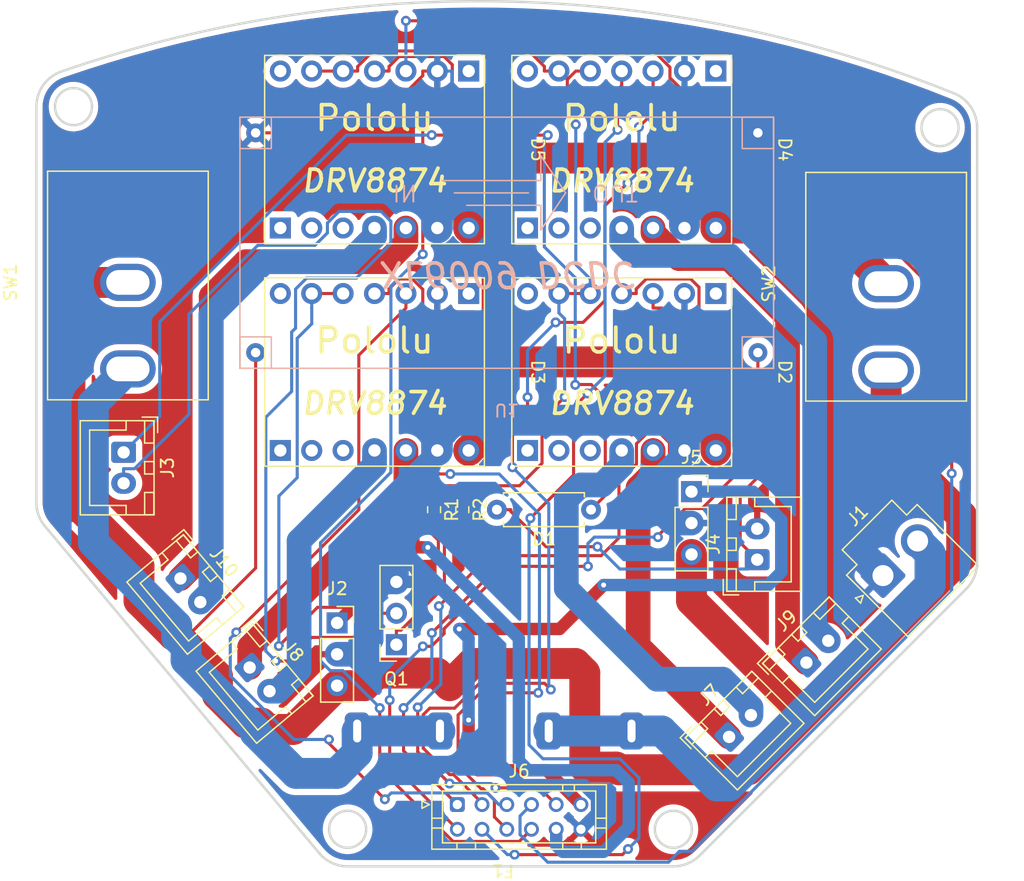
<source format=kicad_pcb>
(kicad_pcb (version 20211014) (generator pcbnew)
  (layers (0 "F.Cu" signal) (31 "B.Cu" signal) (34 "B.Paste" user) (35 "F.Paste" user) (36 "B.SilkS" user "B.Silkscreen") (37 "F.SilkS" user "F.Silkscreen") (38 "B.Mask" user) (39 "F.Mask" user) (44 "Edge.Cuts" user))
  (net 0 "")
  (net 1 "Net-(D1-Pad1)")
  (net 2 "GND")
  (net 3 "Kick")
  (net 4 "Net-(Q1-Pad1)")
  (net 5 "9.9V")
  (net 6 "Net-(F1-Pad2)")
  (net 7 "VIN")
  (net 9 "Sig1")
  (net 10 "Sig2")
  (net 11 "+5V")
  (net 16 "Net-(D2-Pad11)")
  (net 17 "Net-(D2-Pad12)")
  (net 19 "Sig5")
  (net 20 "Sig6")
  (net 25 "Net-(D3-Pad11)")
  (net 26 "Net-(D3-Pad12)")
  (net 28 "Sig3")
  (net 29 "Sig4")
  (net 34 "Net-(D4-Pad11)")
  (net 35 "Net-(D4-Pad12)")
  (net 37 "Sig7")
  (net 38 "Sig8")
  (net 43 "Net-(D5-Pad11)")
  (net 44 "Net-(D5-Pad12)")
  (net 45 "Net-(F1-Pad1)")
  (net 46 "+3.3V")
  (net 47 "Net-(J3-Pad2)")
  (net 48 "Net-(D1-Pad2)")
  (footprint "MY-KICAD-LIB:FUSE" (layer "F.Cu") (at 141.974 132.847 180)
    (fp_text reference "F1")
    (fp_text value "Fuse")
  )
  (footprint "MY-KICAD-LIB:Pololu-DRV8874" (layer "F.Cu") (at 164.2782 75 -90)
    (fp_text reference "D4")
    (fp_text value "DRV8874")
  )
  (footprint "MY-KICAD-LIB:Rocker Switch" (layer "F.Cu") (at 163.974 85.852 90)
    (fp_text reference "SW2")
    (fp_text value "Motor SW")
  )
  (footprint "Resistor_SMD:R_0603_1608Metric" (layer "F.Cu") (at 136.398 104.14 -90)
    (fp_text reference "R1")
    (fp_text value "330")
  )
  (footprint "Connector_JST:JST_XH_B2B-XH-A_1x02_P2.50mm_Vertical" (layer "F.Cu") (at 121.4756 116.91 -50)
    (fp_text reference "J8")
    (fp_text value "M1 OUT")
  )
  (footprint "Resistor_THT:R_Axial_DIN0207_L6.3mm_D2.5mm_P7.62mm_Horizontal" (layer "F.Cu") (at 149.098 104.14 180)
    (fp_text reference "D1")
    (fp_text value "1000V2A")
  )
  (footprint "Connector_JST:JST_XH_B2B-XH-A_1x02_P2.50mm_Vertical" (layer "F.Cu") (at 160.268 122.5253 45)
    (fp_text reference "J7")
    (fp_text value "M1 OUT")
  )
  (footprint "Connector_JST:JST_VH_B2P-VH-B_1x02_P3.96mm_Vertical" (layer "F.Cu") (at 172.72 109.474 45)
    (fp_text reference "J1")
    (fp_text value "Power IN")
  )
  (footprint "Connector_JST:JST_XH_B2B-XH-A_1x02_P2.50mm_Vertical" (layer "F.Cu") (at 166.5231 116.5127 45)
    (fp_text reference "J9")
    (fp_text value "M1 OUT")
  )
  (footprint "Connector_JST:JST_XH_B2B-XH-A_1x02_P2.50mm_Vertical" (layer "F.Cu") (at 162.543 108.184 90)
    (fp_text reference "J4")
    (fp_text value "50V4700uF")
  )
  (footprint "MY-KICAD-LIB:Rocker Switch" (layer "F.Cu") (at 102.6232 85.75 90)
    (fp_text reference "SW1")
    (fp_text value "Power SW")
  )
  (footprint "Connector_PinSocket_2.54mm:PinSocket_1x03_P2.54mm_Vertical" (layer "F.Cu") (at 157.226 102.681)
    (fp_text reference "J5")
    (fp_text value "LXDC 3.3V")
  )
  (footprint "MY-KICAD-LIB:Pololu-DRV8874" (layer "F.Cu") (at 164.2782 93 -90)
    (fp_text reference "D2")
    (fp_text value "DRV8874")
  )
  (footprint "Resistor_SMD:R_0603_1608Metric" (layer "F.Cu") (at 138.684 104.14 -90)
    (fp_text reference "R2")
    (fp_text value "10k")
  )
  (footprint "Connector_JST:JST_XH_B2B-XH-A_1x02_P2.50mm_Vertical" (layer "F.Cu") (at 115.8769 109.705 -50)
    (fp_text reference "J10")
    (fp_text value "M1 OUT")
  )
  (footprint "Connector_PinSocket_2.54mm:PinSocket_1x03_P2.54mm_Vertical" (layer "F.Cu") (at 133.35 115.062 180)
    (fp_text reference "Q1")
    (fp_text value "Q_NJFET_GDS")
  )
  (footprint "MY-KICAD-LIB:Pololu-DRV8874" (layer "F.Cu") (at 144.2782 93 -90)
    (fp_text reference "D3")
    (fp_text value "DRV8874")
  )
  (footprint "Connector_JST:JST_PHD_B12B-PHDSS_2x06_P2.00mm_Vertical" (layer "F.Cu") (at 138.2782 128)
    (fp_text reference "J6")
    (fp_text value "Conn_02x06_Top_Bottom")
  )
  (footprint "MY-KICAD-LIB:Pololu-DRV8874" (layer "F.Cu") (at 144.2782 75 -90)
    (fp_text reference "D5")
    (fp_text value "DRV8874")
  )
  (footprint "Connector_PinSocket_2.54mm:PinSocket_1x03_P2.54mm_Vertical" (layer "F.Cu") (at 128.549 113.299)
    (fp_text reference "J2")
    (fp_text value "LXDC 5V")
  )
  (footprint "Connector_JST:JST_XH_B2B-XH-A_1x02_P2.50mm_Vertical" (layer "F.Cu") (at 111.2782 99.5 -90)
    (fp_text reference "J3")
    (fp_text value "Kicker")
  )
  (footprint "MY-KICAD-LIB:XL6009" (layer "B.Cu") (at 142.2782 85.08)
    (fp_text reference "U1")
    (fp_text value "XL6009")
  )
  (gr_arc (start 157.881211 132.12132) (mid 156.907941 132.77164) (end 155.75989 133) (layer "Edge.Cuts") (width 0.2))
  (gr_arc (start 106.235895 68.692167) (mid 142.505451 63.030415) (end 178.45709 70.447675) (layer "Edge.Cuts") (width 0.2))
  (gr_arc (start 180.337055 108.422836) (mid 180.108683 109.57088) (end 179.458375 110.544156) (layer "Edge.Cuts") (width 0.2))
  (gr_circle (center 177.337055 73.230752) (end 177.337055 71.730752) (layer "Edge.Cuts") (width 0.2) (fill none))
  (gr_line (start 104.219389 71.526376) (end 104.219389 103.564445) (layer "Edge.Cuts") (width 0.2))
  (gr_line (start 104.921256 105.492808) (end 127.103321 131.928363) (layer "Edge.Cuts") (width 0.2))
  (gr_line (start 129.401454 133) (end 155.75989 133) (layer "Edge.Cuts") (width 0.2))
  (gr_circle (center 155.75989 130) (end 155.75989 128.5) (layer "Edge.Cuts") (width 0.2) (fill none))
  (gr_circle (center 107.219389 71.526376) (end 107.219389 70.026376) (layer "Edge.Cuts") (width 0.2) (fill none))
  (gr_line (start 157.881211 132.12132) (end 179.458375 110.544156) (layer "Edge.Cuts") (width 0.2))
  (gr_arc (start 104.921256 105.492808) (mid 104.400305 104.590506) (end 104.219389 103.564445) (layer "Edge.Cuts") (width 0.2))
  (gr_arc (start 129.401454 133) (mid 128.133593 132.718931) (end 127.103321 131.928363) (layer "Edge.Cuts") (width 0.2))
  (gr_line (start 180.337055 108.422836) (end 180.337055 73.230752) (layer "Edge.Cuts") (width 0.2))
  (gr_arc (start 104.219389 71.526376) (mid 104.774964 69.787195) (end 106.235895 68.692167) (layer "Edge.Cuts") (width 0.2))
  (gr_circle (center 129.401454 130) (end 129.401454 128.5) (layer "Edge.Cuts") (width 0.2) (fill none))
  (gr_arc (start 178.45709 70.447675) (mid 179.823034 71.551483) (end 180.337055 73.230752) (layer "Edge.Cuts") (width 0.2))
  (segment (start 149.1154 94.0117) (end 147.8492 94.0117) (width 0.25) (layer "F.Cu") (net 1))
  (segment (start 147.8492 94.0117) (end 147.821 94.0399) (width 0.25) (layer "F.Cu") (net 1))
  (segment (start 150.2526 102.9854) (end 150.2526 95.1489) (width 0.25) (layer "F.Cu") (net 1))
  (segment (start 150.2526 95.1489) (end 149.1154 94.0117) (width 0.25) (layer "F.Cu") (net 1))
  (segment (start 145.5972 73.8334) (end 136.2081 73.8334) (width 0.25) (layer "F.Cu") (net 1))
  (segment (start 149.098 104.14) (end 150.2526 102.9854) (width 0.25) (layer "F.Cu") (net 1))
  (via (at 147.821 94.0399) (size 0.8) (drill 0.4) (layers "F.Cu" "B.Cu") (net 1))
  (via (at 136.2081 73.8334) (size 0.8) (drill 0.4) (layers "F.Cu" "B.Cu") (net 1))
  (via (at 145.5972 73.8334) (size 0.8) (drill 0.4) (layers "F.Cu" "B.Cu") (net 1))
  (segment (start 111.2782 99.5) (end 114.1986 96.5796) (width 0.25) (layer "B.Cu") (net 1))
  (segment (start 145.5972 73.8334) (end 145.3188 74.1118) (width 0.25) (layer "B.Cu") (net 1))
  (segment (start 145.3188 74.1118) (end 145.3188 82.8749) (width 0.25) (layer "B.Cu") (net 1))
  (segment (start 129.3075 73.8334) (end 136.2081 73.8334) (width 0.25) (layer "B.Cu") (net 1))
  (segment (start 114.1986 88.9423) (end 129.3075 73.8334) (width 0.25) (layer "B.Cu") (net 1))
  (segment (start 114.1986 96.5796) (end 114.1986 88.9423) (width 0.25) (layer "B.Cu") (net 1))
  (segment (start 147.821 85.3771) (end 147.821 94.0399) (width 0.25) (layer "B.Cu") (net 1))
  (segment (start 145.3188 82.8749) (end 147.821 85.3771) (width 0.25) (layer "B.Cu") (net 1))
  (segment (start 135.4829 69.0173) (end 130.8502 73.65) (width 0.25) (layer "F.Cu") (net 2))
  (segment (start 135.551 104.5804) (end 135.9364 104.195) (width 0.25) (layer "F.Cu") (net 2))
  (segment (start 136.745 107.7623) (end 136.745 106.6141) (width 0.25) (layer "F.Cu") (net 2))
  (segment (start 133.35 109.982) (end 134.5253 109.982) (width 0.25) (layer "F.Cu") (net 2))
  (segment (start 134.5253 109.982) (end 136.745 107.7623) (width 0.25) (layer "F.Cu") (net 2))
  (segment (start 136.745 106.6141) (end 135.551 105.4201) (width 0.25) (layer "F.Cu") (net 2))
  (segment (start 137.914 104.195) (end 138.684 104.965) (width 0.25) (layer "F.Cu") (net 2))
  (segment (start 135.4829 68.65) (end 135.4829 69.0173) (width 0.25) (layer "F.Cu") (net 2))
  (segment (start 130.8502 73.65) (end 121.9582 73.65) (width 0.25) (layer "F.Cu") (net 2))
  (segment (start 135.551 105.4201) (end 135.551 104.5804) (width 0.25) (layer "F.Cu") (net 2))
  (segment (start 135.9364 104.195) (end 137.914 104.195) (width 0.25) (layer "F.Cu") (net 2))
  (segment (start 136.6582 68.65) (end 135.4829 68.65) (width 0.25) (layer "F.Cu") (net 2))
  (segment (start 145.686 71.12) (end 156.6582 71.12) (width 2.5) (layer "B.Cu") (net 2))
  (segment (start 136.658 80.7489) (end 136.658 80.1479) (width 2.5) (layer "B.Cu") (net 2))
  (segment (start 155.176 104.731) (end 155.176 101.191) (width 2) (layer "B.Cu") (net 2))
  (segment (start 155.574 96.9) (end 156.658 97.9842) (width 2.5) (layer "B.Cu") (net 2))
  (segment (start 136.6582 98.7521) (end 136.6582 99.35) (width 0.25) (layer "B.Cu") (net 2))
  (segment (start 141.098 96.9) (end 155.574 96.9) (width 2.5) (layer "B.Cu") (net 2))
  (segment (start 136.6582 80.7491) (end 136.6582 81.35) (width 0.25) (layer "B.Cu") (net 2))
  (segment (start 161.798 71.12) (end 162.598 71.9202) (width 2.5) (layer "B.Cu") (net 2))
  (segment (start 136.658 81.35) (end 136.658 80.7489) (width 2.5) (layer "B.Cu") (net 2))
  (segment (start 170.424 73.65) (end 162.5982 73.65) (width 2.5) (layer "B.Cu") (net 2))
  (segment (start 155.574 88.9095) (end 155.574 96.9) (width 0.25) (layer "B.Cu") (net 2))
  (segment (start 136.658 80.1479) (end 139.518 77.2881) (width 2.5) (layer "B.Cu") (net 2))
  (segment (start 133.35 103.017) (end 135.8427 100.5253) (width 2) (layer "B.Cu") (net 2))
  (segment (start 157.226 105.221) (end 158.4013 105.221) (width 0.25) (layer "B.Cu") (net 2))
  (segment (start 136.658 98.7519) (end 136.658 98.1479) (width 2.5) (layer "B.Cu") (net 2))
  (segment (start 142.5189 74.2872) (end 145.686 71.12) (width 2.5) (layer "B.Cu") (net 2))
  (segment (start 148.539 126.422) (end 143.44 126.422) (width 1) (layer "B.Cu") (net 2))
  (segment (start 136.6582 99.35) (end 136.6582 100.5253) (width 0.25) (layer "B.Cu") (net 2))
  (segment (start 133.35 109.982) (end 133.35 103.017) (width 2) (layer "B.Cu") (net 2))
  (segment (start 162.5982 73.65) (end 162.598 73.65) (width 2.5) (layer "B.Cu") (net 2))
  (segment (start 136.6582 68.65) (end 137.8335 68.65) (width 0.25) (layer "B.Cu") (net 2))
  (segment (start 149.578 127.462) (end 148.539 126.422) (width 1) (layer "B.Cu") (net 2))
  (segment (start 156.658 79.59) (end 156.658 80.353) (width 2.5) (layer "B.Cu") (net 2))
  (segment (start 130.109 115.839) (end 131.3 114.648) (width 2) (layer "B.Cu") (net 2))
  (segment (start 140.462 123.444) (end 140.462 114.046) (width 1) (layer "B.Cu") (net 2))
  (segment (start 178.562 81.788) (end 170.424 73.65) (width 2.5) (layer "B.Cu") (net 2))
  (segment (start 148.278 130) (end 148.2782 129.9998) (width 1) (layer "B.Cu") (net 2))
  (segment (start 156.658 99.7091) (end 156.658 99.5295) (width 2) (layer "B.Cu") (net 2))
  (segment (start 170.942 107.696) (end 170.942 105.918) (width 2.5) (layer "B.Cu") (net 2))
  (segment (start 156.6582 71.12) (end 156.6582 68.65) (width 0.25) (layer "B.Cu") (net 2))
  (segment (start 139.518 77.2881) (end 141.658 79.4282) (width 2.5) (layer "B.Cu") (net 2))
  (segment (start 136.6582 81.35) (end 136.6582 86.65) (width 0.25) (layer "B.Cu") (net 2))
  (segment (start 131.3 111.016) (end 132.334 109.982) (width 2) (layer "B.Cu") (net 2))
  (segment (start 135.8427 100.5253) (end 135.964 100.404) (width 2) (layer "B.Cu") (net 2))
  (segment (start 160.7547 105.221) (end 158.4013 105.221) (width 0.25) (layer "B.Cu") (net 2))
  (segment (start 156.658 99.5295) (end 156.6582 99.5293) (width 0.25) (layer "B.Cu") (net 2))
  (segment (start 128.549 115.839) (end 130.109 115.839) (width 2) (layer "B.Cu") (net 2))
  (segment (start 156.6582 99.5293) (end 156.6582 99.35) (width 0.25) (layer "B.Cu") (net 2))
  (segment (start 156.658 99.5295) (end 156.658 99.35) (width 2) (layer "B.Cu") (net 2))
  (segment (start 136.658 98.7519) (end 136.6582 98.7521) (width 0.25) (layer "B.Cu") (net 2))
  (segment (start 135.8427 100.5253) (end 136.6582 100.5253) (width 0.25) (layer "B.Cu") (net 2))
  (segment (start 137.8335 69.6018) (end 137.8335 68.65) (width 0.25) (layer "B.Cu") (net 2))
  (segment (start 132.334 109.982) (end 133.35 109.982) (width 2) (layer "B.Cu") (net 2))
  (segment (start 136.658 98.1479) (end 137.906 96.9) (width 2.5) (layer "B.Cu") (net 2))
  (segment (start 141.658 96.3398) (end 141.098 96.9) (width 2.5) (layer "B.Cu") (net 2))
  (segment (start 148.2782 129.9998) (end 148.2782 130) (width 0.25) (layer "B.Cu") (net 2))
  (segment (start 136.658 80.7489) (end 136.6582 80.7491) (width 0.25) (layer "B.Cu") (net 2))
  (segment (start 141.658 79.4282) (end 141.658 96.3398) (width 2.5) (layer "B.Cu") (net 2))
  (segment (start 137.906 96.9) (end 141.098 96.9) (width 2.5) (layer "B.Cu") (net 2))
  (segment (start 139.518 77.2881) (end 142.5189 74.2872) (width 2.5) (layer "B.Cu") (net 2))
  (segment (start 136.658 99.35) (end 136.658 98.7519) (width 2.5) (layer "B.Cu") (net 2))
  (segment (start 156.6582 80.3532) (end 156.6582 81.35) (width 0.25) (layer "B.Cu") (net 2))
  (segment (start 148.2782 129.9998) (end 149.578 128.7) (width 1) (layer "B.Cu") (net 2))
  (segment (start 162.543 105.684) (end 161.2177 105.684) (width 0.25) (layer "B.Cu") (net 2))
  (segment (start 178.562 98.298) (end 178.562 81.788) (width 2.5) (layer "B.Cu") (net 2))
  (segment (start 161.2177 105.684) (end 160.7547 105.221) (width 0.25) (layer "B.Cu") (net 2))
  (segment (start 156.658 80.353) (end 156.658 81.116) (width 2.5) (layer "B.Cu") (net 2))
  (segment (start 156.6582 86.65) (end 156.6582 87.8253) (width 0.25) (layer "B.Cu") (net 2))
  (segment (start 156.658 80.353) (end 156.6582 80.3532) (width 0.25) (layer "B.Cu") (net 2))
  (segment (start 157.226 105.221) (end 155.666 105.221) (width 2) (layer "B.Cu") (net 2))
  (segment (start 170.942 105.918) (end 178.562 98.298) (width 2.5) (layer "B.Cu") (net 2))
  (segment (start 136.398 109.982) (end 133.35 109.982) (width 1) (layer "B.Cu") (net 2))
  (segment (start 162.598 73.65) (end 156.658 79.59) (width 2.5) (layer "B.Cu") (net 2))
  (segment (start 155.176 101.191) (end 156.658 99.7091) (width 2) (layer "B.Cu") (net 2))
  (segment (start 149.578 128.7) (end 149.578 127.462) (width 1) (layer "B.Cu") (net 2))
  (segment (start 172.72 109.474) (end 170.942 107.696) (width 2.5) (layer "B.Cu") (net 2))
  (segment (start 156.658 97.9842) (end 156.658 99.35) (width 2.5) (layer "B.Cu") (net 2))
  (segment (start 155.666 105.221) (end 155.176 104.731) (width 2) (layer "B.Cu") (net 2))
  (segment (start 156.6582 71.12) (end 161.798 71.12) (width 2.5) (layer "B.Cu") (net 2))
  (segment (start 140.462 114.046) (end 136.398 109.982) (width 1) (layer "B.Cu") (net 2))
  (segment (start 162.598 71.9202) (end 162.598 73.65) (width 2.5) (layer "B.Cu") (net 2))
  (segment (start 131.3 114.648) (end 131.3 111.016) (width 2) (layer "B.Cu") (net 2))
  (segment (start 156.6582 87.8253) (end 155.574 88.9095) (width 0.25) (layer "B.Cu") (net 2))
  (segment (start 143.44 126.422) (end 140.462 123.444) (width 1) (layer "B.Cu") (net 2))
  (segment (start 142.5189 74.2872) (end 137.8335 69.6018) (width 0.25) (layer "B.Cu") (net 2))
  (segment (start 139.5009 109.228) (end 139.5009 104.1319) (width 0.25) (layer "F.Cu") (net 3))
  (segment (start 135.0727 120.1358) (end 135.0727 123.7223) (width 0.25) (layer "F.Cu") (net 3))
  (segment (start 144.9263 126.6481) (end 141.366 126.6481) (width 0.25) (layer "F.Cu") (net 3))
  (segment (start 146.2782 128) (end 144.9263 126.6481) (width 0.25) (layer "F.Cu") (net 3))
  (segment (start 139.5009 104.1319) (end 138.684 103.315) (width 0.25) (layer "F.Cu") (net 3))
  (segment (start 135.0727 123.7223) (end 137.6489 126.2985) (width 0.25) (layer "F.Cu") (net 3))
  (segment (start 136.7847 111.9442) (end 139.5009 109.228) (width 0.25) (layer "F.Cu") (net 3))
  (segment (start 136.398 103.315) (end 138.684 103.315) (width 0.25) (layer "F.Cu") (net 3))
  (via (at 141.366 126.6481) (size 0.8) (drill 0.4) (layers "F.Cu" "B.Cu") (net 3))
  (via (at 136.7847 111.9442) (size 0.8) (drill 0.4) (layers "F.Cu" "B.Cu") (net 3))
  (via (at 137.6489 126.2985) (size 0.8) (drill 0.4) (layers "F.Cu" "B.Cu") (net 3))
  (via (at 135.0727 120.1358) (size 0.8) (drill 0.4) (layers "F.Cu" "B.Cu") (net 3))
  (segment (start 141.0164 126.2985) (end 141.366 126.6481) (width 0.25) (layer "B.Cu") (net 3))
  (segment (start 136.943 118.2655) (end 135.0727 120.1358) (width 0.25) (layer "B.Cu") (net 3))
  (segment (start 136.943 112.1025) (end 136.943 118.2655) (width 0.25) (layer "B.Cu") (net 3))
  (segment (start 137.6489 126.2985) (end 141.0164 126.2985) (width 0.25) (layer "B.Cu") (net 3))
  (segment (start 136.7847 111.9442) (end 136.943 112.1025) (width 0.25) (layer "B.Cu") (net 3))
  (segment (start 137.2332 105.8002) (end 136.398 104.965) (width 0.25) (layer "F.Cu") (net 4))
  (segment (start 133.7174 113.8867) (end 137.2332 110.3709) (width 0.25) (layer "F.Cu") (net 4))
  (segment (start 133.35 115.062) (end 133.35 113.8867) (width 0.25) (layer "F.Cu") (net 4))
  (segment (start 133.35 113.8867) (end 133.7174 113.8867) (width 0.25) (layer "F.Cu") (net 4))
  (segment (start 137.2332 110.3709) (end 137.2332 105.8002) (width 0.25) (layer "F.Cu") (net 4))
  (segment (start 122.428 121.412) (end 121.158 121.412) (width 2.5) (layer "F.Cu") (net 5))
  (segment (start 131.781 117.362) (end 136.636 117.362) (width 2.5) (layer "F.Cu") (net 5))
  (segment (start 128.549 118.379) (end 125.008 121.92) (width 2.5) (layer "F.Cu") (net 5))
  (segment (start 121.9582 108.8654) (end 121.9582 91.43) (width 0.25) (layer "F.Cu") (net 5))
  (segment (start 130.764 118.379) (end 131.781 117.362) (width 2.5) (layer "F.Cu") (net 5))
  (segment (start 107.696 103.886) (end 106.934 103.886) (width 2.5) (layer "F.Cu") (net 5))
  (segment (start 122.936 121.92) (end 122.428 121.412) (width 2.5) (layer "F.Cu") (net 5))
  (segment (start 151.342 125.18) (end 161.84 125.18) (width 2.5) (layer "F.Cu") (net 5))
  (segment (start 111.623 85.75) (end 111.6232 85.75) (width 0.25) (layer "F.Cu") (net 5))
  (segment (start 151.13 124.968) (end 151.342 125.18) (width 2.5) (layer "F.Cu") (net 5))
  (segment (start 106.934 87.63) (end 108.814 85.75) (width 2.5) (layer "F.Cu") (net 5))
  (segment (start 106.934 103.886) (end 106.934 87.63) (width 2.5) (layer "F.Cu") (net 5))
  (segment (start 172.974 92.852) (end 172.974 98.5349) (width 2.5) (layer "F.Cu") (net 5))
  (segment (start 172.974 98.5349) (end 179.087 104.648) (width 2.5) (layer "F.Cu") (net 5))
  (segment (start 157.226 111.506) (end 157.226 107.761) (width 2.5) (layer "F.Cu") (net 5))
  (segment (start 115.316 114.3) (end 112.522 111.506) (width 2.5) (layer "F.Cu") (net 5))
  (segment (start 121.158 121.412) (end 118.872 119.126) (width 2.5) (layer "F.Cu") (net 5))
  (segment (start 112.522 108.712) (end 107.696 103.886) (width 2.5) (layer "F.Cu") (net 5))
  (segment (start 116.0383 114.7853) (end 121.9582 108.8654) (width 0.25) (layer "F.Cu") (net 5))
  (segment (start 148.59 117.348) (end 148.59 124.968) (width 2.5) (layer "F.Cu") (net 5))
  (segment (start 112.522 111.506) (end 112.522 108.712) (width 2.5) (layer "F.Cu") (net 5))
  (segment (start 137.653 118.379) (end 139.446 116.586) (width 2.5) (layer "F.Cu") (net 5))
  (segment (start 179.087 107.933) (end 167.109 119.911) (width 2.5) (layer "F.Cu") (net 5))
  (segment (start 128.549 118.379) (end 130.764 118.379) (width 2.5) (layer "F.Cu") (net 5))
  (segment (start 125.008 121.92) (end 122.936 121.92) (width 2.5) (layer "F.Cu") (net 5))
  (segment (start 179.087 104.648) (end 179.087 107.933) (width 2.5) (layer "F.Cu") (net 5))
  (segment (start 147.828 116.586) (end 148.59 117.348) (width 2.5) (layer "F.Cu") (net 5))
  (segment (start 165.631 119.911) (end 157.226 111.506) (width 2.5) (layer "F.Cu") (net 5))
  (segment (start 118.872 119.126) (end 118.872 117.619) (width 2.5) (layer "F.Cu") (net 5))
  (segment (start 116.0383 114.7853) (end 115.553 114.3) (width 2.5) (layer "F.Cu") (net 5))
  (segment (start 161.84 125.18) (end 167.109 119.911) (width 2.5) (layer "F.Cu") (net 5))
  (segment (start 139.446 116.586) (end 147.828 116.586) (width 2.5) (layer "F.Cu") (net 5))
  (segment (start 148.59 124.968) (end 151.13 124.968) (width 2.5) (layer "F.Cu") (net 5))
  (segment (start 136.636 117.362) (end 137.653 118.379) (width 2.5) (layer "F.Cu") (net 5))
  (segment (start 115.553 114.3) (end 115.316 114.3) (width 2.5) (layer "F.Cu") (net 5))
  (segment (start 167.109 119.911) (end 165.631 119.911) (width 2.5) (layer "F.Cu") (net 5))
  (segment (start 108.814 85.75) (end 111.623 85.75) (width 2.5) (layer "F.Cu") (net 5))
  (segment (start 118.872 117.619) (end 116.0383 114.7853) (width 2.5) (layer "F.Cu") (net 5))
  (segment (start 125.222 125.476) (end 128.524 125.476) (width 2.5) (layer "B.Cu") (net 6))
  (segment (start 108.828 95.545) (end 108.828 106.796) (width 2.5) (layer "B.Cu") (net 6))
  (segment (start 115.57 114.463) (end 116.332 115.225) (width 2.5) (layer "B.Cu") (net 6))
  (segment (start 116.332 115.225) (end 116.332 116.332) (width 2.5) (layer "B.Cu") (net 6))
  (segment (start 110.2255 94.1475) (end 108.828 95.545) (width 2.5) (layer "B.Cu") (net 6))
  (segment (start 111.623 92.75) (end 110.2255 94.1475) (width 2.5) (layer "B.Cu") (net 6))
  (segment (start 116.332 116.332) (end 121.92 121.92) (width 2.5) (layer "B.Cu") (net 6))
  (segment (start 130.174 122.047) (end 136.874 122.047) (width 2.5) (layer "B.Cu") (net 6))
  (segment (start 128.524 125.476) (end 130.174 123.826) (width 2.5) (layer "B.Cu") (net 6))
  (segment (start 121.92 121.92) (end 121.92 122.174) (width 2.5) (layer "B.Cu") (net 6))
  (segment (start 115.57 113.538) (end 115.57 114.463) (width 2.5) (layer "B.Cu") (net 6))
  (segment (start 108.828 106.796) (end 115.57 113.538) (width 2.5) (layer "B.Cu") (net 6))
  (segment (start 121.92 122.174) (end 125.222 125.476) (width 2.5) (layer "B.Cu") (net 6))
  (segment (start 130.174 123.826) (end 130.174 122.047) (width 2.5) (layer "B.Cu") (net 6))
  (segment (start 110.2255 94.1475) (end 110.2257 94.1475) (width 0.25) (layer "B.Cu") (net 6))
  (segment (start 110.2257 94.1475) (end 111.6232 92.75) (width 0.25) (layer "B.Cu") (net 6))
  (segment (start 141.498 92.1818) (end 141.498 97.05) (width 2.5) (layer "F.Cu") (net 7))
  (segment (start 156.952 92.1818) (end 159.198 94.4282) (width 2.5) (layer "F.Cu") (net 7))
  (segment (start 141.498 84.0942) (end 141.498 92.1818) (width 2.5) (layer "F.Cu") (net 7))
  (segment (start 159.1982 81.35) (end 159.198 81.35) (width 2.5) (layer "F.Cu") (net 7))
  (segment (start 139.1981 99.3499) (end 139.198 99.35) (width 2.5) (layer "F.Cu") (net 7))
  (segment (start 159.198 94.4282) (end 159.198 96.8891) (width 2.5) (layer "F.Cu") (net 7))
  (segment (start 139.198 80.4229) (end 139.198 81.35) (width 2.5) (layer "F.Cu") (net 7))
  (segment (start 159.198 96.8891) (end 159.1982 96.8893) (width 0.25) (layer "F.Cu") (net 7))
  (segment (start 141.224 83.3758) (end 141.224 83.82) (width 2.5) (layer "F.Cu") (net 7))
  (segment (start 159.1982 96.8893) (end 159.1982 99.35) (width 0.25) (layer "F.Cu") (net 7))
  (segment (start 139.198 79.4958) (end 139.198 80.4229) (width 2.5) (layer "F.Cu") (net 7))
  (segment (start 139.198 80.4229) (end 139.1982 80.4231) (width 0.25) (layer "F.Cu") (net 7))
  (segment (start 159.198 96.8891) (end 159.198 99.35) (width 2.5) (layer "F.Cu") (net 7))
  (segment (start 141.224 83.82) (end 141.498 84.0942) (width 2.5) (layer "F.Cu") (net 7))
  (segment (start 139.1982 80.4231) (end 139.1982 81.35) (width 0.25) (layer "F.Cu") (net 7))
  (segment (start 157.988 75.692) (end 143.002 75.692) (width 2.5) (layer "F.Cu") (net 7))
  (segment (start 159.198 81.35) (end 159.198 76.9022) (width 2.5) (layer "F.Cu") (net 7))
  (segment (start 168.472 81.35) (end 159.1982 81.35) (width 2.5) (layer "F.Cu") (net 7))
  (segment (start 172.974 85.852) (end 168.472 81.35) (width 2.5) (layer "F.Cu") (net 7))
  (segment (start 159.198 76.9022) (end 157.988 75.692) (width 2.5) (layer "F.Cu") (net 7))
  (segment (start 141.498 97.05) (end 139.1981 99.3499) (width 2.5) (layer "F.Cu") (net 7))
  (segment (start 143.002 75.692) (end 139.198 79.4958) (width 2.5) (layer "F.Cu") (net 7))
  (segment (start 139.198 81.35) (end 141.224 83.3758) (width 2.5) (layer "F.Cu") (net 7))
  (segment (start 141.498 92.1818) (end 156.952 92.1818) (width 2.5) (layer "F.Cu") (net 7))
  (segment (start 139.1982 99.35) (end 139.1981 99.3499) (width 0.25) (layer "F.Cu") (net 7))
  (segment (start 152.773 98.8014) (end 153.5829 97.9915) (width 0.25) (layer "F.Cu") (net 9))
  (segment (start 136.2176 114.1168) (end 142.4747 107.8597) (width 0.25) (layer "F.Cu") (net 9))
  (segment (start 153.5829 97.9915) (end 154.7096 97.9915) (width 0.25) (layer "F.Cu") (net 9))
  (segment (start 151.357 106.4206) (end 151.357 101.8613) (width 0.25) (layer "F.Cu") (net 9))
  (segment (start 133.9263 120.187) (end 133.9263 123.6481) (width 0.25) (layer "F.Cu") (net 9))
  (segment (start 154.7096 97.9915) (end 155.4434 98.7253) (width 0.25) (layer "F.Cu") (net 9))
  (segment (start 149.9179 107.8597) (end 151.357 106.4206) (width 0.25) (layer "F.Cu") (net 9))
  (segment (start 133.9263 123.6481) (end 138.2782 128) (width 0.25) (layer "F.Cu") (net 9))
  (segment (start 155.4434 99.8276) (end 156.5952 100.9794) (width 0.25) (layer "F.Cu") (net 9))
  (segment (start 160.792 93.7645) (end 154.8528 87.8253) (width 0.25) (layer "F.Cu") (net 9))
  (segment (start 155.4434 98.7253) (end 155.4434 99.8276) (width 0.25) (layer "F.Cu") (net 9))
  (segment (start 160.792 99.988) (end 160.792 93.7645) (width 0.25) (layer "F.Cu") (net 9))
  (segment (start 142.4747 107.8597) (end 149.9179 107.8597) (width 0.25) (layer "F.Cu") (net 9))
  (segment (start 159.8006 100.9794) (end 160.792 99.988) (width 0.25) (layer "F.Cu") (net 9))
  (segment (start 156.5952 100.9794) (end 159.8006 100.9794) (width 0.25) (layer "F.Cu") (net 9))
  (segment (start 154.8528 87.8253) (end 154.1182 87.8253) (width 0.25) (layer "F.Cu") (net 9))
  (segment (start 151.357 101.8613) (end 152.773 100.4453) (width 0.25) (layer "F.Cu") (net 9))
  (segment (start 152.773 100.4453) (end 152.773 98.8014) (width 0.25) (layer "F.Cu") (net 9))
  (segment (start 154.1182 86.65) (end 154.1182 87.8253) (width 0.25) (layer "F.Cu") (net 9))
  (via (at 136.2176 114.1168) (size 0.8) (drill 0.4) (layers "F.Cu" "B.Cu") (net 9))
  (via (at 133.9263 120.187) (size 0.8) (drill 0.4) (layers "F.Cu" "B.Cu") (net 9))
  (segment (start 136.2176 117.8957) (end 133.9263 120.187) (width 0.25) (layer "B.Cu") (net 9))
  (segment (start 136.2176 114.1168) (end 136.2176 117.8957) (width 0.25) (layer "B.Cu") (net 9))
  (segment (start 158.0752 104.0456) (end 161.2467 100.8741) (width 0.25) (layer "F.Cu") (net 10))
  (segment (start 132.8064 124.5282) (end 132.8064 119.547) (width 0.25) (layer "F.Cu") (net 10))
  (segment (start 156.7121 104.0456) (end 158.0752 104.0456) (width 0.25) (layer "F.Cu") (net 10))
  (segment (start 138.2782 130) (end 132.8064 124.5282) (width 0.25) (layer "F.Cu") (net 10))
  (segment (start 137.2127 114.1606) (end 137.2127 113.7684) (width 0.25) (layer "F.Cu") (net 10))
  (segment (start 137.2127 113.7684) (end 142.2566 108.7245) (width 0.25) (layer "F.Cu") (net 10))
  (segment (start 157.1665 85.4747) (end 153.5614 85.4747) (width 0.25) (layer "F.Cu") (net 10))
  (segment (start 154.51 106.3613) (end 154.51 106.2477) (width 0.25) (layer "F.Cu") (net 10))
  (segment (start 153.5614 85.4747) (end 152.7535 86.2826) (width 0.25) (layer "F.Cu") (net 10))
  (segment (start 157.8336 88.9206) (end 157.8336 86.1418) (width 0.25) (layer "F.Cu") (net 10))
  (segment (start 154.51 106.2477) (end 156.7121 104.0456) (width 0.25) (layer "F.Cu") (net 10))
  (segment (start 154.5099 106.3613) (end 154.51 106.3613) (width 0.25) (layer "F.Cu") (net 10))
  (segment (start 142.2566 108.7245) (end 148.8452 108.7245) (width 0.25) (layer "F.Cu") (net 10))
  (segment (start 157.8336 86.1418) (end 157.1665 85.4747) (width 0.25) (layer "F.Cu") (net 10))
  (segment (start 161.2467 92.3337) (end 157.8336 88.9206) (width 0.25) (layer "F.Cu") (net 10))
  (segment (start 151.5782 86.65) (end 152.7535 86.65) (width 0.25) (layer "F.Cu") (net 10))
  (segment (start 136.1744 115.1989) (end 137.2127 114.1606) (width 0.25) (layer "F.Cu") (net 10))
  (segment (start 135.4898 115.1989) (end 136.1744 115.1989) (width 0.25) (layer "F.Cu") (net 10))
  (segment (start 161.2467 100.8741) (end 161.2467 92.3337) (width 0.25) (layer "F.Cu") (net 10))
  (segment (start 152.7535 86.2826) (end 152.7535 86.65) (width 0.25) (layer "F.Cu") (net 10))
  (via (at 132.8064 119.547) (size 0.8) (drill 0.4) (layers "F.Cu" "B.Cu") (net 10))
  (via (at 148.8452 108.7245) (size 0.8) (drill 0.4) (layers "F.Cu" "B.Cu") (net 10))
  (via (at 154.5099 106.3613) (size 0.8) (drill 0.4) (layers "F.Cu" "B.Cu") (net 10))
  (via (at 135.4898 115.1989) (size 0.8) (drill 0.4) (layers "F.Cu" "B.Cu") (net 10))
  (segment (start 154.5099 106.3613) (end 149.3644 106.3613) (width 0.25) (layer "B.Cu") (net 10))
  (segment (start 149.3644 106.3613) (end 148.8453 106.8804) (width 0.25) (layer "B.Cu") (net 10))
  (segment (start 148.8453 108.7245) (end 148.8452 108.7245) (width 0.25) (layer "B.Cu") (net 10))
  (segment (start 132.8064 117.8823) (end 132.8064 119.547) (width 0.25) (layer "B.Cu") (net 10))
  (segment (start 148.8453 106.8804) (end 148.8453 108.7245) (width 0.25) (layer "B.Cu") (net 10))
  (segment (start 135.4898 115.1989) (end 132.8064 117.8823) (width 0.25) (layer "B.Cu") (net 10))
  (segment (start 135.1006 103.5018) (end 135.574 103.0284) (width 0.25) (layer "F.Cu") (net 11))
  (segment (start 126.4982 68.65) (end 129.0382 68.65) (width 0.25) (layer "F.Cu") (net 11))
  (segment (start 131.064 110.784) (end 131.064 109.22) (width 1) (layer "F.Cu") (net 11))
  (segment (start 146.4982 86.65) (end 149.0382 86.65) (width 0.25) (layer "F.Cu") (net 11))
  (segment (start 129.8065 112.0415) (end 131.064 110.784) (width 1) (layer "F.Cu") (net 11))
  (segment (start 145.1336 96.8538) (end 146.9589 95.0285) (width 0.25) (layer "F.Cu") (net 11))
  (segment (start 126.4982 86.65) (end 129.0382 86.65) (width 0.25) (layer "F.Cu") (net 11))
  (segment (start 146.4982 68.65) (end 145.3229 68.65) (width 0.25) (layer "F.Cu") (net 11))
  (segment (start 147.1806 69.3323) (end 147.8629 68.65) (width 0.25) (layer "F.Cu") (net 11))
  (segment (start 135.3257 107.188) (end 135.89 107.188) (width 1) (layer "F.Cu") (net 11))
  (segment (start 135.574 102.8655) (end 136.2371 102.2024) (width 0.25) (layer "F.Cu") (net 11))
  (segment (start 136.2371 102.2024) (end 143.3121 102.2024) (width 0.25) (layer "F.Cu") (net 11))
  (segment (start 147.1806 69.3323) (end 146.4982 68.65) (width 0.25) (layer "F.Cu") (net 11))
  (segment (start 129.8065 112.0415) (end 126.9653 112.0415) (width 0.25) (layer "F.Cu") (net 11))
  (segment (start 131.4722 67.024) (end 130.2135 68.2827) (width 0.25) (layer "F.Cu") (net 11))
  (segment (start 145.3229 68.2827) (end 144.0642 67.024) (width 0.25) (layer "F.Cu") (net 11))
  (segment (start 144.0642 67.024) (end 131.4722 67.024) (width 0.25) (layer "F.Cu") (net 11))
  (segment (start 143.3121 102.2024) (end 145.1336 100.3809) (width 0.25) (layer "F.Cu") (net 11))
  (segment (start 145.3229 68.65) (end 145.3229 68.2827) (width 0.25) (layer "F.Cu") (net 11))
  (segment (start 130.2135 68.2827) (end 130.2135 68.65) (width 0.25) (layer "F.Cu") (net 11))
  (segment (start 128.549 113.299) (end 129.8065 112.0415) (width 1) (layer "F.Cu") (net 11))
  (segment (start 149.0382 68.65) (end 147.8629 68.65) (width 0.25) (layer "F.Cu") (net 11))
  (segment (start 131.064 109.22) (end 133.096 107.188) (width 1) (layer "F.Cu") (net 11))
  (segment (start 126.9653 112.0415) (end 123.8373 115.1695) (width 0.25) (layer "F.Cu") (net 11))
  (segment (start 147.8629 72.9765) (end 147.8629 71.2308) (width 0.25) (layer "F.Cu") (net 11))
  (segment (start 133.096 107.188) (end 135.3257 107.188) (width 1) (layer "F.Cu") (net 11))
  (segment (start 135.3257 107.188) (end 135.1006 106.9629) (width 0.25) (layer "F.Cu") (net 11))
  (segment (start 147.8629 71.2308) (end 147.1805 70.5484) (width 0.25) (layer "F.Cu") (net 11))
  (segment (start 129.0382 68.65) (end 130.2135 68.65) (width 0.25) (layer "F.Cu") (net 11))
  (segment (start 147.1805 69.3324) (end 147.1806 69.3323) (width 0.25) (layer "F.Cu") (net 11))
  (segment (start 147.1805 70.5484) (end 147.1805 69.3324) (width 0.25) (layer "F.Cu") (net 11))
  (segment (start 135.1006 106.9629) (end 135.1006 103.5018) (width 0.25) (layer "F.Cu") (net 11))
  (segment (start 145.1336 100.3809) (end 145.1336 96.8538) (width 0.25) (layer "F.Cu") (net 11))
  (segment (start 135.574 103.0284) (end 135.574 102.8655) (width 0.25) (layer "F.Cu") (net 11))
  (via (at 147.8629 72.9765) (size 0.8) (drill 0.4) (layers "F.Cu" "B.Cu") (net 11))
  (via (at 123.8373 115.1695) (size 0.8) (drill 0.4) (layers "F.Cu" "B.Cu") (net 11))
  (via (at 135.89 107.188) (size 0.8) (drill 0.4) (layers "F.Cu" "B.Cu") (net 11))
  (via (at 146.9589 95.0285) (size 0.8) (drill 0.4) (layers "F.Cu" "B.Cu") (net 11))
  (segment (start 125.3229 90.2744) (end 126.4982 89.0991) (width 0.25) (layer "B.Cu") (net 11))
  (segment (start 146.9589 88.6862) (end 146.9589 95.0285) (width 0.25) (layer "B.Cu") (net 11))
  (segment (start 123.8373 103.036) (end 125.3229 101.5504) (width 0.25) (layer "B.Cu") (net 11))
  (segment (start 125.3229 101.5504) (end 125.3229 90.2744) (width 0.25) (layer "B.Cu") (net 11))
  (segment (start 126.4982 89.0991) (end 126.4982 87.8253) (width 0.25) (layer "B.Cu") (net 11))
  (segment (start 146.278 130.646) (end 146.2782 130.6458) (width 0.25) (layer "B.Cu") (net 11))
  (segment (start 146.278 131.292) (end 146.278 130.646) (width 1) (layer "B.Cu") (net 11))
  (segment (start 149.0382 86.0623) (end 149.0382 86.65) (width 0.25) (layer "B.Cu") (net 11))
  (segment (start 149.0382 85.4747) (end 147.8629 84.2994) (width 0.25) (layer "B.Cu") (net 11))
  (segment (start 143.256 114.554) (end 143.256 124.46) (width 1) (layer "B.Cu") (net 11))
  (segment (start 123.8373 115.1695) (end 123.8373 103.036) (width 0.25) (layer "B.Cu") (net 11))
  (segment (start 126.4982 86.65) (end 126.4982 87.8253) (width 0.25) (layer "B.Cu") (net 11))
  (segment (start 146.812 131.826) (end 146.278 131.292) (width 1) (layer "B.Cu") (net 11))
  (segment (start 143.256 124.46) (end 144.018 125.222) (width 1) (layer "B.Cu") (net 11))
  (segment (start 152.146 129.794) (end 150.114 131.826) (width 1) (layer "B.Cu") (net 11))
  (segment (start 147.8629 84.2994) (end 147.8629 72.9765) (width 0.25) (layer "B.Cu") (net 11))
  (segment (start 135.89 107.188) (end 143.256 114.554) (width 1) (layer "B.Cu") (net 11))
  (segment (start 150.114 131.826) (end 146.812 131.826) (width 1) (layer "B.Cu") (net 11))
  (segment (start 146.4982 86.65) (end 146.4982 87.8253) (width 0.25) (layer "B.Cu") (net 11))
  (segment (start 152.146 126.238) (end 152.146 129.794) (width 1) (layer "B.Cu") (net 11))
  (segment (start 144.018 125.222) (end 151.13 125.222) (width 1) (layer "B.Cu") (net 11))
  (segment (start 149.0382 86.0623) (end 149.0382 85.4747) (width 0.25) (layer "B.Cu") (net 11))
  (segment (start 146.4982 87.8253) (end 146.4982 88.2256) (width 0.25) (layer "B.Cu") (net 11))
  (segment (start 146.2782 130.6458) (end 146.2782 130) (width 0.25) (layer "B.Cu") (net 11))
  (segment (start 151.13 125.222) (end 152.146 126.238) (width 1) (layer "B.Cu") (net 11))
  (segment (start 146.4983 88.2256) (end 146.9589 88.6862) (width 0.25) (layer "B.Cu") (net 11))
  (segment (start 146.4982 88.2256) (end 146.4983 88.2256) (width 0.25) (layer "B.Cu") (net 11))
  (segment (start 146.278 130.646) (end 146.278 130) (width 1) (layer "B.Cu") (net 11))
  (segment (start 151.578 99.951) (end 151.578 100.552) (width 2) (layer "B.Cu") (net 16))
  (segment (start 151.578 99.951) (end 151.5782 99.9508) (width 0.25) (layer "B.Cu") (net 16))
  (segment (start 159.766 117.856) (end 162.036 120.126) (width 2) (layer "B.Cu") (net 16))
  (segment (start 162.0358 120.4422) (end 162.0358 120.7575) (width 0.25) (layer "B.Cu") (net 16))
  (segment (start 147.098 110.522) (end 154.432 117.856) (width 2) (layer "B.Cu") (net 16))
  (segment (start 162.036 120.442) (end 162.0358 120.4422) (width 0.25) (layer "B.Cu") (net 16))
  (segment (start 151.5782 99.9508) (end 151.5782 99.35) (width 0.25) (layer "B.Cu") (net 16))
  (segment (start 162.036 120.126) (end 162.036 120.442) (width 2) (layer "B.Cu") (net 16))
  (segment (start 162.036 120.442) (end 162.036 120.758) (width 2) (layer "B.Cu") (net 16))
  (segment (start 149.99 102.14) (end 148.27 102.14) (width 2) (layer "B.Cu") (net 16))
  (segment (start 151.578 100.552) (end 149.99 102.14) (width 2) (layer "B.Cu") (net 16))
  (segment (start 147.098 103.312) (end 147.098 110.522) (width 2) (layer "B.Cu") (net 16))
  (segment (start 148.27 102.14) (end 147.098 103.312) (width 2) (layer "B.Cu") (net 16))
  (segment (start 151.578 99.35) (end 151.578 99.951) (width 2) (layer "B.Cu") (net 16))
  (segment (start 154.432 117.856) (end 159.766 117.856) (width 2) (layer "B.Cu") (net 16))
  (segment (start 154.118 100.251) (end 154.118 99.35) (width 2) (layer "F.Cu") (net 17))
  (segment (start 154.118 100.251) (end 154.1182 100.2508) (width 0.25) (layer "F.Cu") (net 17))
  (segment (start 152.908 102.362) (end 154.118 101.152) (width 2) (layer "F.Cu") (net 17))
  (segment (start 154.118 101.152) (end 154.118 100.251) (width 2) (layer "F.Cu") (net 17))
  (segment (start 152.908 115.165) (end 152.908 102.362) (width 2) (layer "F.Cu") (net 17))
  (segment (start 154.1182 100.2508) (end 154.1182 99.35) (width 0.25) (layer "F.Cu") (net 17))
  (segment (start 160.268 122.5253) (end 160.268 122.525) (width 0.25) (layer "F.Cu") (net 17))
  (segment (start 160.268 122.525) (end 152.908 115.165) (width 2) (layer "F.Cu") (net 17))
  (segment (start 130.3082 91.6353) (end 134.1182 87.8253) (width 0.25) (layer "F.Cu") (net 19))
  (segment (start 127.8897 123.0457) (end 127.8897 122.7334) (width 0.25) (layer "F.Cu") (net 19))
  (segment (start 132.4161 127.5721) (end 127.8897 123.0457) (width 0.25) (layer "F.Cu") (net 19))
  (segment (start 120.3935 114.0642) (end 130.3082 104.1495) (width 0.25) (layer "F.Cu") (net 19))
  (segment (start 130.3082 104.1495) (end 130.3082 91.6353) (width 0.25) (layer "F.Cu") (net 19))
  (segment (start 134.1182 86.65) (end 134.1182 87.8253) (width 0.25) (layer "F.Cu") (net 19))
  (via (at 127.8897 122.7334) (size 0.8) (drill 0.4) (layers "F.Cu" "B.Cu") (net 19))
  (via (at 120.3935 114.0642) (size 0.8) (drill 0.4) (layers "F.Cu" "B.Cu") (net 19))
  (via (at 132.4161 127.5721) (size 0.8) (drill 0.4) (layers "F.Cu" "B.Cu") (net 19))
  (segment (start 127.8897 122.7334) (end 125.0596 122.7334) (width 0.25) (layer "B.Cu") (net 19))
  (segment (start 141.6418 128) (end 140.7005 127.0587) (width 0.25) (layer "B.Cu") (net 19))
  (segment (start 119.9074 117.5812) (end 119.9074 114.5503) (width 0.25) (layer "B.Cu") (net 19))
  (segment (start 132.9295 127.0587) (end 132.4161 127.5721) (width 0.25) (layer "B.Cu") (net 19))
  (segment (start 142.2782 128) (end 141.6418 128) (width 0.25) (layer "B.Cu") (net 19))
  (segment (start 140.7005 127.0587) (end 132.9295 127.0587) (width 0.25) (layer "B.Cu") (net 19))
  (segment (start 125.0596 122.7334) (end 119.9074 117.5812) (width 0.25) (layer "B.Cu") (net 19))
  (segment (start 119.9074 114.5503) (end 120.3935 114.0642) (width 0.25) (layer "B.Cu") (net 19))
  (segment (start 140.3676 126.7203) (end 140.2046 126.7203) (width 0.25) (layer "F.Cu") (net 20))
  (segment (start 132.7535 86.2826) (end 132.7535 86.65) (width 0.25) (layer "F.Cu") (net 20))
  (segment (start 135.4828 99.9203) (end 135.4828 86.314) (width 0.25) (layer "F.Cu") (net 20))
  (segment (start 141.2782 127.6309) (end 140.3676 126.7203) (width 0.25) (layer "F.Cu") (net 20))
  (segment (start 135.4828 86.314) (end 134.6435 85.4747) (width 0.25) (layer "F.Cu") (net 20))
  (segment (start 142.2782 130) (end 141.2782 129) (width 0.25) (layer "F.Cu") (net 20))
  (segment (start 134.6435 85.4747) (end 133.5614 85.4747) (width 0.25) (layer "F.Cu") (net 20))
  (segment (start 137.7131 101.25) (end 136.8125 101.25) (width 0.25) (layer "F.Cu") (net 20))
  (segment (start 140.1349 118.9576) (end 144.8235 118.9576) (width 0.25) (layer "F.Cu") (net 20))
  (segment (start 138.3398 120.7527) (end 140.1349 118.9576) (width 0.25) (layer "F.Cu") (net 20))
  (segment (start 131.5782 86.65) (end 132.7535 86.65) (width 0.25) (layer "F.Cu") (net 20))
  (segment (start 141.2782 129) (end 141.2782 127.6309) (width 0.25) (layer "F.Cu") (net 20))
  (segment (start 133.5614 85.4747) (end 132.7535 86.2826) (width 0.25) (layer "F.Cu") (net 20))
  (segment (start 138.3398 124.8555) (end 138.3398 120.7527) (width 0.25) (layer "F.Cu") (net 20))
  (segment (start 140.2046 126.7203) (end 138.3398 124.8555) (width 0.25) (layer "F.Cu") (net 20))
  (segment (start 136.8125 101.25) (end 135.4828 99.9203) (width 0.25) (layer "F.Cu") (net 20))
  (via (at 144.8235 118.9576) (size 0.8) (drill 0.4) (layers "F.Cu" "B.Cu") (net 20))
  (via (at 137.7131 101.25) (size 0.8) (drill 0.4) (layers "F.Cu" "B.Cu") (net 20))
  (segment (start 141.6615 101.25) (end 137.7131 101.25) (width 0.25) (layer "B.Cu") (net 20))
  (segment (start 144.9247 104.5132) (end 141.6615 101.25) (width 0.25) (layer "B.Cu") (net 20))
  (segment (start 144.9247 118.8564) (end 144.9247 104.5132) (width 0.25) (layer "B.Cu") (net 20))
  (segment (start 144.8235 118.9576) (end 144.9247 118.8564) (width 0.25) (layer "B.Cu") (net 20))
  (segment (start 123.0829 118.8251) (end 123.083 118.825) (width 0.25) (layer "B.Cu") (net 25))
  (segment (start 131.578 100.552) (end 125.476 106.654) (width 2) (layer "B.Cu") (net 25))
  (segment (start 131.578 99.951) (end 131.578 100.552) (width 2) (layer "B.Cu") (net 25))
  (segment (start 125.476 117.094) (end 123.745 118.825) (width 2) (layer "B.Cu") (net 25))
  (segment (start 125.476 106.654) (end 125.476 117.094) (width 2) (layer "B.Cu") (net 25))
  (segment (start 123.745 118.825) (end 123.083 118.825) (width 2) (layer "B.Cu") (net 25))
  (segment (start 131.578 99.951) (end 131.5782 99.9508) (width 0.25) (layer "B.Cu") (net 25))
  (segment (start 123.0826 118.8251) (end 123.0829 118.8251) (width 0.25) (layer "B.Cu") (net 25))
  (segment (start 131.5782 99.9508) (end 131.5782 99.35) (width 0.25) (layer "B.Cu") (net 25))
  (segment (start 131.578 99.35) (end 131.578 99.951) (width 2) (layer "B.Cu") (net 25))
  (segment (start 134.1182 100.9798) (end 134.1182 99.35) (width 0.25) (layer "F.Cu") (net 26))
  (segment (start 121.476 115.252) (end 121.476 116.91) (width 2) (layer "F.Cu") (net 26))
  (segment (start 134.118 102.61) (end 121.476 115.252) (width 2) (layer "F.Cu") (net 26))
  (segment (start 134.118 99.35) (end 134.118 100.98) (width 2) (layer "F.Cu") (net 26))
  (segment (start 134.118 100.98) (end 134.118 102.61) (width 2) (layer "F.Cu") (net 26))
  (segment (start 121.4756 116.91) (end 121.476 116.91) (width 0.25) (layer "F.Cu") (net 26))
  (segment (start 134.118 100.98) (end 134.1182 100.9798) (width 0.25) (layer "F.Cu") (net 26))
  (segment (start 150.2136 79.5493) (end 152.0419 77.721) (width 0.25) (layer "F.Cu") (net 28))
  (segment (start 138.0581 120.2018) (end 140.0703 118.1896) (width 0.25) (layer "F.Cu") (net 28))
  (segment (start 154.1182 72.0337) (end 154.1182 68.65) (width 0.25) (layer "F.Cu") (net 28))
  (segment (start 142.7372 98.1526) (end 143.9583 96.9315) (width 0.25) (layer "F.Cu") (net 28))
  (segment (start 137.6521 125.5732) (end 135.5231 123.4442) (width 0.25) (layer "F.Cu") (net 28))
  (segment (start 140.2782 128) (end 140.2782 127.8778) (width 0.25) (layer "F.Cu") (net 28))
  (segment (start 140.2782 127.8778) (end 137.9736 125.5732) (width 0.25) (layer "F.Cu") (net 28))
  (segment (start 146.2336 88.9867) (end 148.4526 88.9867) (width 0.25) (layer "F.Cu") (net 28))
  (segment (start 143.9583 96.9315) (end 143.9583 95.0436) (width 0.25) (layer "F.Cu") (net 28))
  (segment (start 152.9718 73.1801) (end 154.1182 72.0337) (width 0.25) (layer "F.Cu") (net 28))
  (segment (start 142.7372 100.706) (end 142.7372 98.1526) (width 0.25) (layer "F.Cu") (net 28))
  (segment (start 136.0458 120.2018) (end 138.0581 120.2018) (width 0.25) (layer "F.Cu") (net 28))
  (segment (start 145.3351 118.1896) (end 145.8406 118.6951) (width 0.25) (layer "F.Cu") (net 28))
  (segment (start 137.9736 125.5732) (end 137.6521 125.5732) (width 0.25) (layer "F.Cu") (net 28))
  (segment (start 140.0703 118.1896) (end 145.3351 118.1896) (width 0.25) (layer "F.Cu") (net 28))
  (segment (start 135.5231 123.4442) (end 135.5231 120.7245) (width 0.25) (layer "F.Cu") (net 28))
  (segment (start 135.5231 120.7245) (end 136.0458 120.2018) (width 0.25) (layer "F.Cu") (net 28))
  (segment (start 150.2136 87.2257) (end 150.2136 79.5493) (width 0.25) (layer "F.Cu") (net 28))
  (segment (start 148.4526 88.9867) (end 150.2136 87.2257) (width 0.25) (layer "F.Cu") (net 28))
  (via (at 143.9583 95.0436) (size 0.8) (drill 0.4) (layers "F.Cu" "B.Cu") (net 28))
  (via (at 152.0419 77.721) (size 0.8) (drill 0.4) (layers "F.Cu" "B.Cu") (net 28))
  (via (at 146.2336 88.9867) (size 0.8) (drill 0.4) (layers "F.Cu" "B.Cu") (net 28))
  (via (at 145.8406 118.6951) (size 0.8) (drill 0.4) (layers "F.Cu" "B.Cu") (net 28))
  (via (at 152.9718 73.1801) (size 0.8) (drill 0.4) (layers "F.Cu" "B.Cu") (net 28))
  (via (at 142.7372 100.706) (size 0.8) (drill 0.4) (layers "F.Cu" "B.Cu") (net 28))
  (segment (start 146.2336 88.9867) (end 143.9583 91.262) (width 0.25) (layer "B.Cu") (net 28))
  (segment (start 152.9718 76.7911) (end 152.9718 73.1801) (width 0.25) (layer "B.Cu") (net 28))
  (segment (start 143.9583 91.262) (end 143.9583 95.0436) (width 0.25) (layer "B.Cu") (net 28))
  (segment (start 145.8406 118.6951) (end 145.6783 118.5328) (width 0.25) (layer "B.Cu") (net 28))
  (segment (start 145.6783 103.6471) (end 142.7372 100.706) (width 0.25) (layer "B.Cu") (net 28))
  (segment (start 145.6783 118.5328) (end 145.6783 103.6471) (width 0.25) (layer "B.Cu") (net 28))
  (segment (start 152.0419 77.721) (end 152.9718 76.7911) (width 0.25) (layer "B.Cu") (net 28))
  (segment (start 151.6391 132.0488) (end 152.0893 131.5986) (width 0.25) (layer "F.Cu") (net 29))
  (segment (start 151.2408 73.406) (end 151.2408 70.1627) (width 0.25) (layer "F.Cu") (net 29))
  (segment (start 151.5782 68.65) (end 151.5782 69.8253) (width 0.25) (layer "F.Cu") (net 29))
  (segment (start 147.6843 101.3334) (end 147.6843 95.8676) (width 0.25) (layer "F.Cu") (net 29))
  (segment (start 151.2408 70.1627) (end 151.5782 69.8253) (width 0.25) (layer "F.Cu") (net 29))
  (segment (start 144.1889 104.8288) (end 147.6843 101.3334) (width 0.25) (layer "F.Cu") (net 29))
  (segment (start 147.6843 95.8676) (end 148.8149 94.737) (width 0.25) (layer "F.Cu") (net 29))
  (segment (start 142.9119 132.0488) (end 151.6391 132.0488) (width 0.25) (layer "F.Cu") (net 29))
  (via (at 152.0893 131.5986) (size 0.8) (drill 0.4) (layers "F.Cu" "B.Cu") (net 29))
  (via (at 144.1889 104.8288) (size 0.8) (drill 0.4) (layers "F.Cu" "B.Cu") (net 29))
  (via (at 148.8149 94.737) (size 0.8) (drill 0.4) (layers "F.Cu" "B.Cu") (net 29))
  (via (at 151.2408 73.406) (size 0.8) (drill 0.4) (layers "F.Cu" "B.Cu") (net 29))
  (via (at 142.9119 132.0488) (size 0.8) (drill 0.4) (layers "F.Cu" "B.Cu") (net 29))
  (segment (start 150.233 74.4138) (end 151.2408 73.406) (width 0.25) (layer "B.Cu") (net 29))
  (segment (start 151.4312 124.2947) (end 145.2083 124.2947) (width 0.25) (layer "B.Cu") (net 29))
  (segment (start 144.0814 123.1678) (end 144.0814 104.9363) (width 0.25) (layer "B.Cu") (net 29))
  (segment (start 150.233 93.3189) (end 150.233 74.4138) (width 0.25) (layer "B.Cu") (net 29))
  (segment (start 140.2782 130) (end 142.327 132.0488) (width 0.25) (layer "B.Cu") (net 29))
  (segment (start 142.327 132.0488) (end 142.9119 132.0488) (width 0.25) (layer "B.Cu") (net 29))
  (segment (start 152.9736 130.7143) (end 152.9736 125.8371) (width 0.25) (layer "B.Cu") (net 29))
  (segment (start 152.0893 131.5986) (end 152.9736 130.7143) (width 0.25) (layer "B.Cu") (net 29))
  (segment (start 144.0814 104.9363) (end 144.1889 104.8288) (width 0.25) (layer "B.Cu") (net 29))
  (segment (start 148.8149 94.737) (end 150.233 93.3189) (width 0.25) (layer "B.Cu") (net 29))
  (segment (start 152.9736 125.8371) (end 151.4312 124.2947) (width 0.25) (layer "B.Cu") (net 29))
  (segment (start 145.2083 124.2947) (end 144.0814 123.1678) (width 0.25) (layer "B.Cu") (net 29))
  (segment (start 160.274 83.566) (end 152.654 83.566) (width 2) (layer "B.Cu") (net 34))
  (segment (start 168.291 114.745) (end 168.2909 114.7449) (width 2) (layer "B.Cu") (net 34))
  (segment (start 151.578 81.9201) (end 151.5782 81.9199) (width 0.25) (layer "B.Cu") (net 34))
  (segment (start 152.654 83.566) (end 151.578 82.4902) (width 2) (layer "B.Cu") (net 34))
  (segment (start 167.191 113.645) (end 167.191 90.4828) (width 2) (layer "B.Cu") (net 34))
  (segment (start 168.2909 114.7449) (end 167.191 113.645) (width 2) (layer "B.Cu") (net 34))
  (segment (start 151.578 82.4902) (end 151.578 81.9201) (width 2) (layer "B.Cu") (net 34))
  (segment (start 151.578 81.9201) (end 151.578 81.35) (width 2) (layer "B.Cu") (net 34))
  (segment (start 167.191 90.4828) (end 160.274 83.566) (width 2) (layer "B.Cu") (net 34))
  (segment (start 151.5782 81.9199) (end 151.5782 81.35) (width 0.25) (layer "B.Cu") (net 34))
  (segment (start 160.274 83.82) (end 164.997 88.543) (width 2) (layer "F.Cu") (net 35))
  (segment (start 164.997 88.543) (end 164.997 114.987) (width 2) (layer "F.Cu") (net 35))
  (segment (start 154.1182 81.5389) (end 154.1182 81.35) (width 0.25) (layer "F.Cu") (net 35))
  (segment (start 156.21 83.82) (end 160.274 83.82) (width 2) (layer "F.Cu") (net 35))
  (segment (start 164.997 114.987) (end 166.5229 116.5129) (width 2) (layer "F.Cu") (net 35))
  (segment (start 166.5229 116.5129) (end 166.523 116.513) (width 2) (layer "F.Cu") (net 35))
  (segment (start 166.5231 116.5127) (end 166.5229 116.5129) (width 0.25) (layer "F.Cu") (net 35))
  (segment (start 154.118 81.7282) (end 156.21 83.82) (width 2) (layer "F.Cu") (net 35))
  (segment (start 154.118 81.5391) (end 154.118 81.7282) (width 2) (layer "F.Cu") (net 35))
  (segment (start 154.118 81.5391) (end 154.1182 81.5389) (width 0.25) (layer "F.Cu") (net 35))
  (segment (start 154.118 81.35) (end 154.118 81.5391) (width 2) (layer "F.Cu") (net 35))
  (segment (start 155.4828 68.3469) (end 151.7162 64.5803) (width 0.25) (layer "F.Cu") (net 37))
  (segment (start 151.7162 64.5803) (end 134.1182 64.5803) (width 0.25) (layer "F.Cu") (net 37))
  (segment (start 178.28 101.2101) (end 178.28 87.7704) (width 0.25) (layer "F.Cu") (net 37))
  (segment (start 161.6708 71.1612) (end 157.4503 71.1612) (width 0.25) (layer "F.Cu") (net 37))
  (segment (start 157.4503 71.1612) (end 155.4828 69.1937) (width 0.25) (layer "F.Cu") (net 37))
  (segment (start 178.28 87.7704) (end 161.6708 71.1612) (width 0.25) (layer "F.Cu") (net 37))
  (segment (start 155.4828 69.1937) (end 155.4828 68.3469) (width 0.25) (layer "F.Cu") (net 37))
  (via (at 134.1182 64.5803) (size 0.8) (drill 0.4) (layers "F.Cu" "B.Cu") (net 37))
  (via (at 178.28 101.2101) (size 0.8) (drill 0.4) (layers "F.Cu" "B.Cu") (net 37))
  (segment (start 156.2418 131.7856) (end 157.2486 131.7856) (width 0.25) (layer "B.Cu") (net 37))
  (segment (start 144.2782 128) (end 143.3528 128.9254) (width 0.25) (layer "B.Cu") (net 37))
  (segment (start 145.5884 132.6646) (end 155.3628 132.6646) (width 0.25) (layer "B.Cu") (net 37))
  (segment (start 143.3528 130.429) (end 145.5884 132.6646) (width 0.25) (layer "B.Cu") (net 37))
  (segment (start 155.3628 132.6646) (end 156.2418 131.7856) (width 0.25) (layer "B.Cu") (net 37))
  (segment (start 157.2486 131.7856) (end 178.28 110.7542) (width 0.25) (layer "B.Cu") (net 37))
  (segment (start 143.3528 128.9254) (end 143.3528 130.429) (width 0.25) (layer "B.Cu") (net 37))
  (segment (start 134.1182 68.65) (end 134.1182 64.5803) (width 0.25) (layer "B.Cu") (net 37))
  (segment (start 178.28 110.7542) (end 178.28 101.2101) (width 0.25) (layer "B.Cu") (net 37))
  (segment (start 132.0013 125.0552) (end 137.9287 130.9826) (width 0.25) (layer "F.Cu") (net 38))
  (segment (start 137.8727 71.034) (end 135.4828 73.4239) (width 0.25) (layer "F.Cu") (net 38))
  (segment (start 132.0013 120.1945) (end 132.0013 125.0552) (width 0.25) (layer "F.Cu") (net 38))
  (segment (start 137.8727 68.1403) (end 137.8727 71.034) (width 0.25) (layer "F.Cu") (net 38))
  (segment (start 137.207 67.4746) (end 137.8727 68.1403) (width 0.25) (layer "F.Cu") (net 38))
  (segment (start 137.9287 130.9826) (end 143.2956 130.9826) (width 0.25) (layer "F.Cu") (net 38))
  (segment (start 133.5616 67.4746) (end 137.207 67.4746) (width 0.25) (layer "F.Cu") (net 38))
  (segment (start 132.7535 68.2827) (end 133.5616 67.4746) (width 0.25) (layer "F.Cu") (net 38))
  (segment (start 131.5782 68.65) (end 132.7535 68.65) (width 0.25) (layer "F.Cu") (net 38))
  (segment (start 135.4828 73.4239) (end 135.4828 83.4707) (width 0.25) (layer "F.Cu") (net 38))
  (segment (start 143.2956 130.9826) (end 144.2782 130) (width 0.25) (layer "F.Cu") (net 38))
  (segment (start 132.7535 68.65) (end 132.7535 68.2827) (width 0.25) (layer "F.Cu") (net 38))
  (via (at 135.4828 83.4707) (size 0.8) (drill 0.4) (layers "F.Cu" "B.Cu") (net 38))
  (via (at 132.0013 120.1945) (size 0.8) (drill 0.4) (layers "F.Cu" "B.Cu") (net 38))
  (segment (start 132.0013 120.1945) (end 132.0013 120.1549) (width 0.25) (layer "B.Cu") (net 38))
  (segment (start 132.9035 101.1197) (end 132.9035 86.05) (width 0.25) (layer "B.Cu") (net 38))
  (segment (start 127.2114 116.3821) (end 127.2114 106.8118) (width 0.25) (layer "B.Cu") (net 38))
  (segment (start 127.2114 106.8118) (end 132.9035 101.1197) (width 0.25) (layer "B.Cu") (net 38))
  (segment (start 132.0013 120.1549) (end 129.0108 117.1644) (width 0.25) (layer "B.Cu") (net 38))
  (segment (start 132.9035 86.05) (end 135.4828 83.4707) (width 0.25) (layer "B.Cu") (net 38))
  (segment (start 129.0108 117.1644) (end 127.9937 117.1644) (width 0.25) (layer "B.Cu") (net 38))
  (segment (start 127.9937 117.1644) (end 127.2114 116.3821) (width 0.25) (layer "B.Cu") (net 38))
  (segment (start 131.578 82.0358) (end 131.578 81.6929) (width 2) (layer "B.Cu") (net 43))
  (segment (start 131.578 81.6929) (end 131.578 81.35) (width 2) (layer "B.Cu") (net 43))
  (segment (start 117.484 111.62) (end 117.4839 111.6201) (width 0.25) (layer "B.Cu") (net 43))
  (segment (start 131.5782 81.6927) (end 131.5782 81.35) (width 0.25) (layer "B.Cu") (net 43))
  (segment (start 122.682 84.074) (end 129.54 84.074) (width 2) (layer "B.Cu") (net 43))
  (segment (start 131.578 81.6929) (end 131.5782 81.6927) (width 0.25) (layer "B.Cu") (net 43))
  (segment (start 118.334 110.77) (end 118.334 88.4221) (width 2) (layer "B.Cu") (net 43))
  (segment (start 117.484 111.62) (end 118.334 110.77) (width 2) (layer "B.Cu") (net 43))
  (segment (start 129.54 84.074) (end 131.578 82.0358) (width 2) (layer "B.Cu") (net 43))
  (segment (start 118.334 88.4221) (end 122.682 84.074) (width 2) (layer "B.Cu") (net 43))
  (segment (start 134.118 81.951) (end 134.118 82.5521) (width 2) (layer "F.Cu") (net 44))
  (segment (start 134.118 82.5521) (end 132.596 84.074) (width 2) (layer "F.Cu") (net 44))
  (segment (start 118.364 107.218) (end 117.1205 108.4615) (width 2) (layer "F.Cu") (net 44))
  (segment (start 134.1182 81.9508) (end 134.1182 81.35) (width 0.25) (layer "F.Cu") (net 44))
  (segment (start 117.1204 108.4615) (end 115.8769 109.705) (width 0.25) (layer "F.Cu") (net 44))
  (segment (start 118.364 86.868) (end 118.364 107.218) (width 2) (layer "F.Cu") (net 44))
  (segment (start 117.1205 108.4615) (end 117.1204 108.4615) (width 0.25) (layer "F.Cu") (net 44))
  (segment (start 117.1205 108.4615) (end 115.877 109.705) (width 2) (layer "F.Cu") (net 44))
  (segment (start 134.118 81.951) (end 134.1182 81.9508) (width 0.25) (layer "F.Cu") (net 44))
  (segment (start 134.118 81.35) (end 134.118 81.951) (width 2) (layer "F.Cu") (net 44))
  (segment (start 121.158 84.074) (end 118.364 86.868) (width 2) (layer "F.Cu") (net 44))
  (segment (start 132.596 84.074) (end 121.158 84.074) (width 2) (layer "F.Cu") (net 44))
  (segment (start 176.53 107.696) (end 176.53 107.684) (width 2.5) (layer "B.Cu") (net 45))
  (segment (start 152.374 122.047) (end 154.813 122.047) (width 2.5) (layer "B.Cu") (net 45))
  (segment (start 176.53 110.236) (end 176.53 107.696) (width 2.5) (layer "B.Cu") (net 45))
  (segment (start 176.53 107.684) (end 176.53 107.696) (width 0.25) (layer "B.Cu") (net 45))
  (segment (start 160.274 126.492) (end 176.53 110.236) (width 2.5) (layer "B.Cu") (net 45))
  (segment (start 175.5201 106.6741) (end 175.52 106.674) (width 2.5) (layer "B.Cu") (net 45))
  (segment (start 154.813 122.047) (end 159.258 126.492) (width 2.5) (layer "B.Cu") (net 45))
  (segment (start 176.53 107.684) (end 175.5201 106.6741) (width 2.5) (layer "B.Cu") (net 45))
  (segment (start 159.258 126.492) (end 160.274 126.492) (width 2.5) (layer "B.Cu") (net 45))
  (segment (start 175.5201 106.6741) (end 175.5201 106.6739) (width 0.25) (layer "B.Cu") (net 45))
  (segment (start 176.53 110.236) (end 176.53 107.696) (width 2.5) (layer "B.Cu") (net 45))
  (segment (start 145.674 122.047) (end 152.374 122.047) (width 2.5) (layer "B.Cu") (net 45))
  (segment (start 150.114 110.236) (end 146.558 113.792) (width 1) (layer "F.Cu") (net 46))
  (segment (start 145.5 125.222) (end 148.278 128) (width 1) (layer "F.Cu") (net 46))
  (segment (start 139.954 125.222) (end 145.5 125.222) (width 1) (layer "F.Cu") (net 46))
  (segment (start 139.192 121.158) (end 139.192 124.46) (width 1) (layer "F.Cu") (net 46))
  (segment (start 146.558 113.792) (end 138.43 113.792) (width 1) (layer "F.Cu") (net 46))
  (segment (start 139.192 124.46) (end 139.954 125.222) (width 1) (layer "F.Cu") (net 46))
  (segment (start 148.2782 128) (end 148.278 128) (width 0.25) (layer "F.Cu") (net 46))
  (via (at 150.114 110.236) (size 0.8) (drill 0.4) (layers "F.Cu" "B.Cu") (net 46))
  (via (at 138.43 113.792) (size 0.8) (drill 0.4) (layers "F.Cu" "B.Cu") (net 46))
  (via (at 139.192 121.158) (size 0.8) (drill 0.4) (layers "F.Cu" "B.Cu") (net 46))
  (segment (start 164.497 104.98) (end 164.497 109.178) (width 1) (layer "B.Cu") (net 46))
  (segment (start 139.192 114.554) (end 139.192 121.158) (width 1) (layer "B.Cu") (net 46))
  (segment (start 164.497 109.178) (end 163.439 110.236) (width 1) (layer "B.Cu") (net 46))
  (segment (start 163.439 110.236) (end 150.114 110.236) (width 1) (layer "B.Cu") (net 46))
  (segment (start 157.226 102.681) (end 162.198 102.681) (width 1) (layer "B.Cu") (net 46))
  (segment (start 162.198 102.681) (end 164.497 104.98) (width 1) (layer "B.Cu") (net 46))
  (segment (start 138.43 113.792) (end 139.192 114.554) (width 1) (layer "B.Cu") (net 46))
  (segment (start 124.5779 116.3815) (end 126.485 114.4744) (width 0.25) (layer "F.Cu") (net 47))
  (segment (start 133.35 112.522) (end 132.1747 112.522) (width 0.25) (layer "F.Cu") (net 47))
  (segment (start 123.5804 116.3815) (end 124.5779 116.3815) (width 0.25) (layer "F.Cu") (net 47))
  (segment (start 130.2223 114.4744) (end 132.1747 112.522) (width 0.25) (layer "F.Cu") (net 47))
  (segment (start 126.485 114.4744) (end 130.2223 114.4744) (width 0.25) (layer "F.Cu") (net 47))
  (via (at 123.5804 116.3815) (size 0.8) (drill 0.4) (layers "F.Cu" "B.Cu") (net 47))
  (segment (start 126.7638 82.7486) (end 127.7682 81.7442) (width 0.25) (layer "B.Cu") (net 47))
  (segment (start 124.8725 94.5754) (end 122.7828 96.6651) (width 0.25) (layer "B.Cu") (net 47))
  (segment (start 130.1232 85.3994) (end 126.0835 85.3994) (width 0.25) (layer "B.Cu") (net 47))
  (segment (start 132.9034 82.6192) (end 130.1232 85.3994) (width 0.25) (layer "B.Cu") (net 47))
  (segment (start 125.1908 89.4513) (end 124.8725 89.7696) (width 0.25) (layer "B.Cu") (net 47))
  (segment (start 127.7682 81.7442) (end 127.7682 80.9447) (width 0.25) (layer "B.Cu") (net 47))
  (segment (start 116.5608 96.4236) (end 116.5608 88.3208) (width 0.25) (layer "B.Cu") (net 47))
  (segment (start 112.1597 100.8247) (end 116.5608 96.4236) (width 0.25) (layer "B.Cu") (net 47))
  (segment (start 111.2782 100.8247) (end 112.1597 100.8247) (width 0.25) (layer "B.Cu") (net 47))
  (segment (start 122.7828 96.6651) (end 122.7828 115.5839) (width 0.25) (layer "B.Cu") (net 47))
  (segment (start 132.1099 80.0064) (end 132.9034 80.7999) (width 0.25) (layer "B.Cu") (net 47))
  (segment (start 125.1908 86.2921) (end 125.1908 89.4513) (width 0.25) (layer "B.Cu") (net 47))
  (segment (start 128.7065 80.0064) (end 132.1099 80.0064) (width 0.25) (layer "B.Cu") (net 47))
  (segment (start 124.8725 89.7696) (end 124.8725 94.5754) (width 0.25) (layer "B.Cu") (net 47))
  (segment (start 116.5608 88.3208) (end 122.133 82.7486) (width 0.25) (layer "B.Cu") (net 47))
  (segment (start 126.0835 85.3994) (end 125.1908 86.2921) (width 0.25) (layer "B.Cu") (net 47))
  (segment (start 122.133 82.7486) (end 126.7638 82.7486) (width 0.25) (layer "B.Cu") (net 47))
  (segment (start 111.2782 102) (end 111.2782 100.8247) (width 0.25) (layer "B.Cu") (net 47))
  (segment (start 132.9034 80.7999) (end 132.9034 82.6192) (width 0.25) (layer "B.Cu") (net 47))
  (segment (start 127.7682 80.9447) (end 128.7065 80.0064) (width 0.25) (layer "B.Cu") (net 47))
  (segment (start 122.7828 115.5839) (end 123.5804 116.3815) (width 0.25) (layer "B.Cu") (net 47))
  (segment (start 161.167 106.808) (end 162.543 108.184) (width 0.25) (layer "F.Cu") (net 48))
  (segment (start 162.5982 91.43) (end 162.5982 101.5111) (width 0.25) (layer "F.Cu") (net 48))
  (segment (start 162.5982 101.5111) (end 161.167 102.9423) (width 0.25) (layer "F.Cu") (net 48))
  (segment (start 161.167 102.9423) (end 161.167 106.808) (width 0.25) (layer "F.Cu") (net 48))
  (segment (start 142.6033 104.2807) (end 142.6033 104.14) (width 0.25) (layer "F.Cu") (net 48))
  (segment (start 149.617 107.1344) (end 145.457 107.1344) (width 0.25) (layer "F.Cu") (net 48))
  (segment (start 141.478 104.14) (end 142.6033 104.14) (width 0.25) (layer "F.Cu") (net 48))
  (segment (start 145.457 107.1344) (end 142.6033 104.2807) (width 0.25) (layer "F.Cu") (net 48))
  (via (at 149.617 107.1344) (size 0.8) (drill 0.4) (layers "F.Cu" "B.Cu") (net 48))
  (segment (start 161.7864 108.9406) (end 151.4232 108.9406) (width 0.25) (layer "B.Cu") (net 48))
  (segment (start 151.4232 108.9406) (end 149.617 107.1344) (width 0.25) (layer "B.Cu") (net 48))
  (segment (start 162.543 108.184) (end 161.7864 108.9406) (width 0.25) (layer "B.Cu") (net 48))
  (zone (net 2) (net_name "GND") (layers F&B.Cu) (connect_pads (clearance 0.508)) (min_thickness 0.254) (fill yes (thermal_gap 0.508) (thermal_bridge_width 0.508))
    (polygon (pts (xy 184.15 133.35) (xy 101.6 133.35) (xy 101.6 63.5) (xy 184.15 63.5)))
  )
)
</source>
